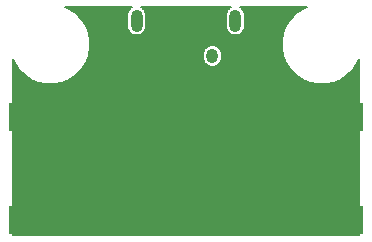
<source format=gbr>
G04 #@! TF.GenerationSoftware,KiCad,Pcbnew,5.0.1-33cea8e~68~ubuntu16.04.1*
G04 #@! TF.CreationDate,2018-11-05T16:05:36+00:00*
G04 #@! TF.ProjectId,lna,6C6E612E6B696361645F706362000000,rev?*
G04 #@! TF.SameCoordinates,Original*
G04 #@! TF.FileFunction,Copper,L2,Bot,Signal*
G04 #@! TF.FilePolarity,Positive*
%FSLAX46Y46*%
G04 Gerber Fmt 4.6, Leading zero omitted, Abs format (unit mm)*
G04 Created by KiCad (PCBNEW 5.0.1-33cea8e~68~ubuntu16.04.1) date Mon 05 Nov 2018 04:05:36 PM GMT*
%MOMM*%
%LPD*%
G01*
G04 APERTURE LIST*
G04 #@! TA.AperFunction,ComponentPad*
%ADD10O,1.000000X1.250000*%
G04 #@! TD*
G04 #@! TA.AperFunction,ComponentPad*
%ADD11O,1.000000X1.900000*%
G04 #@! TD*
G04 #@! TA.AperFunction,SMDPad,CuDef*
%ADD12R,5.000000X2.400000*%
G04 #@! TD*
G04 #@! TA.AperFunction,ViaPad*
%ADD13C,0.800000*%
G04 #@! TD*
G04 #@! TA.AperFunction,Conductor*
%ADD14C,0.200000*%
G04 #@! TD*
G04 APERTURE END LIST*
D10*
G04 #@! TO.P,J1,S*
G04 #@! TO.N,GND*
X62775000Y-64500000D03*
G04 #@! TO.P,J1,*
G04 #@! TO.N,*
X67225000Y-64500000D03*
D11*
X60825000Y-61500000D03*
X69175000Y-61500000D03*
G04 #@! TD*
D12*
G04 #@! TO.P,P1,2*
G04 #@! TO.N,GND*
X52500000Y-69625000D03*
X52500000Y-78375000D03*
G04 #@! TD*
G04 #@! TO.P,P2,2*
G04 #@! TO.N,GND*
X77500000Y-69625000D03*
X77500000Y-78375000D03*
G04 #@! TD*
D13*
G04 #@! TO.N,GND*
X60000000Y-74000000D03*
X56400000Y-75600000D03*
X58500000Y-75500000D03*
X58500000Y-72500000D03*
X59400000Y-76400000D03*
X60600000Y-76400000D03*
X61500000Y-75500000D03*
X62600000Y-75600000D03*
X63900000Y-75600000D03*
X65100000Y-75600000D03*
X66400000Y-75600000D03*
X68900000Y-76200000D03*
X70100000Y-76200000D03*
X71500000Y-75600000D03*
X72700000Y-75600000D03*
X74000000Y-75600000D03*
X67600000Y-75600000D03*
X56400000Y-71800000D03*
X61500000Y-72500000D03*
X65100000Y-72500000D03*
X67600000Y-72500000D03*
X66400000Y-72500000D03*
X68900000Y-71800000D03*
X70100000Y-71800000D03*
X71500000Y-72400000D03*
X72700000Y-72400000D03*
X74000000Y-72400000D03*
X64700000Y-70000000D03*
X64700000Y-71400000D03*
X51200000Y-76300000D03*
X52700000Y-76300000D03*
X54300000Y-76300000D03*
X51100000Y-71800000D03*
X52700000Y-71800000D03*
X54400000Y-71800000D03*
X75600000Y-71800000D03*
X77300000Y-71800000D03*
X78900000Y-71800000D03*
X78900000Y-76200000D03*
X77300000Y-76200000D03*
X75600000Y-76200000D03*
X63700000Y-65800000D03*
X64700000Y-65800000D03*
X62500000Y-65800000D03*
X63100000Y-66700000D03*
X69500000Y-72900000D03*
X69500000Y-75100000D03*
G04 #@! TD*
D14*
G04 #@! TO.N,GND*
G36*
X60378395Y-60381607D02*
X60256579Y-60481578D01*
X60156608Y-60603394D01*
X60082322Y-60742372D01*
X60036577Y-60893173D01*
X60025000Y-61010707D01*
X60025000Y-61989292D01*
X60036576Y-62106826D01*
X60082321Y-62257627D01*
X60156607Y-62396605D01*
X60256578Y-62518422D01*
X60378394Y-62618393D01*
X60517372Y-62692679D01*
X60668173Y-62738424D01*
X60825000Y-62753870D01*
X60981826Y-62738424D01*
X61132627Y-62692679D01*
X61271605Y-62618393D01*
X61393422Y-62518422D01*
X61493393Y-62396606D01*
X61567679Y-62257628D01*
X61613424Y-62106827D01*
X61625000Y-61989293D01*
X61625000Y-61010707D01*
X61613424Y-60893173D01*
X61567679Y-60742372D01*
X61493393Y-60603394D01*
X61393422Y-60481578D01*
X61271606Y-60381607D01*
X61212474Y-60350000D01*
X68787527Y-60350000D01*
X68728395Y-60381607D01*
X68606579Y-60481578D01*
X68506608Y-60603394D01*
X68432322Y-60742372D01*
X68386577Y-60893173D01*
X68375000Y-61010707D01*
X68375000Y-61989292D01*
X68386576Y-62106826D01*
X68432321Y-62257627D01*
X68506607Y-62396605D01*
X68606578Y-62518422D01*
X68728394Y-62618393D01*
X68867372Y-62692679D01*
X69018173Y-62738424D01*
X69175000Y-62753870D01*
X69331826Y-62738424D01*
X69482627Y-62692679D01*
X69621605Y-62618393D01*
X69743422Y-62518422D01*
X69843393Y-62396606D01*
X69917679Y-62257628D01*
X69963424Y-62106827D01*
X69975000Y-61989293D01*
X69975000Y-61010707D01*
X69963424Y-60893173D01*
X69917679Y-60742372D01*
X69843393Y-60603394D01*
X69743422Y-60481578D01*
X69621606Y-60381607D01*
X69562474Y-60350000D01*
X75220145Y-60350000D01*
X74889496Y-60486959D01*
X74332626Y-60859048D01*
X73859048Y-61332626D01*
X73486959Y-61889496D01*
X73230660Y-62508257D01*
X73100000Y-63165129D01*
X73100000Y-63834871D01*
X73230660Y-64491743D01*
X73486959Y-65110504D01*
X73859048Y-65667374D01*
X74332626Y-66140952D01*
X74889496Y-66513041D01*
X75508257Y-66769340D01*
X76165129Y-66900000D01*
X76834871Y-66900000D01*
X77491743Y-66769340D01*
X78110504Y-66513041D01*
X78667374Y-66140952D01*
X79140952Y-65667374D01*
X79513041Y-65110504D01*
X79650000Y-64779855D01*
X79650001Y-79650000D01*
X50350000Y-79650000D01*
X50350000Y-64779855D01*
X50486959Y-65110504D01*
X50859048Y-65667374D01*
X51332626Y-66140952D01*
X51889496Y-66513041D01*
X52508257Y-66769340D01*
X53165129Y-66900000D01*
X53834871Y-66900000D01*
X54491743Y-66769340D01*
X55110504Y-66513041D01*
X55667374Y-66140952D01*
X56140952Y-65667374D01*
X56513041Y-65110504D01*
X56769340Y-64491743D01*
X56800377Y-64335707D01*
X66425000Y-64335707D01*
X66425000Y-64664292D01*
X66436576Y-64781826D01*
X66482321Y-64932627D01*
X66556607Y-65071605D01*
X66656578Y-65193422D01*
X66778394Y-65293393D01*
X66917372Y-65367679D01*
X67068173Y-65413424D01*
X67225000Y-65428870D01*
X67381826Y-65413424D01*
X67532627Y-65367679D01*
X67671605Y-65293393D01*
X67793422Y-65193422D01*
X67893393Y-65071606D01*
X67967679Y-64932628D01*
X68013424Y-64781827D01*
X68025000Y-64664293D01*
X68025000Y-64335708D01*
X68013424Y-64218174D01*
X67967679Y-64067372D01*
X67893393Y-63928394D01*
X67793422Y-63806578D01*
X67671606Y-63706607D01*
X67532628Y-63632321D01*
X67381827Y-63586576D01*
X67225000Y-63571130D01*
X67068174Y-63586576D01*
X66917373Y-63632321D01*
X66778395Y-63706607D01*
X66656578Y-63806578D01*
X66556607Y-63928394D01*
X66482321Y-64067372D01*
X66436576Y-64218173D01*
X66425000Y-64335707D01*
X56800377Y-64335707D01*
X56900000Y-63834871D01*
X56900000Y-63165129D01*
X56769340Y-62508257D01*
X56513041Y-61889496D01*
X56140952Y-61332626D01*
X55667374Y-60859048D01*
X55110504Y-60486959D01*
X54779855Y-60350000D01*
X60437527Y-60350000D01*
X60378395Y-60381607D01*
X60378395Y-60381607D01*
G37*
X60378395Y-60381607D02*
X60256579Y-60481578D01*
X60156608Y-60603394D01*
X60082322Y-60742372D01*
X60036577Y-60893173D01*
X60025000Y-61010707D01*
X60025000Y-61989292D01*
X60036576Y-62106826D01*
X60082321Y-62257627D01*
X60156607Y-62396605D01*
X60256578Y-62518422D01*
X60378394Y-62618393D01*
X60517372Y-62692679D01*
X60668173Y-62738424D01*
X60825000Y-62753870D01*
X60981826Y-62738424D01*
X61132627Y-62692679D01*
X61271605Y-62618393D01*
X61393422Y-62518422D01*
X61493393Y-62396606D01*
X61567679Y-62257628D01*
X61613424Y-62106827D01*
X61625000Y-61989293D01*
X61625000Y-61010707D01*
X61613424Y-60893173D01*
X61567679Y-60742372D01*
X61493393Y-60603394D01*
X61393422Y-60481578D01*
X61271606Y-60381607D01*
X61212474Y-60350000D01*
X68787527Y-60350000D01*
X68728395Y-60381607D01*
X68606579Y-60481578D01*
X68506608Y-60603394D01*
X68432322Y-60742372D01*
X68386577Y-60893173D01*
X68375000Y-61010707D01*
X68375000Y-61989292D01*
X68386576Y-62106826D01*
X68432321Y-62257627D01*
X68506607Y-62396605D01*
X68606578Y-62518422D01*
X68728394Y-62618393D01*
X68867372Y-62692679D01*
X69018173Y-62738424D01*
X69175000Y-62753870D01*
X69331826Y-62738424D01*
X69482627Y-62692679D01*
X69621605Y-62618393D01*
X69743422Y-62518422D01*
X69843393Y-62396606D01*
X69917679Y-62257628D01*
X69963424Y-62106827D01*
X69975000Y-61989293D01*
X69975000Y-61010707D01*
X69963424Y-60893173D01*
X69917679Y-60742372D01*
X69843393Y-60603394D01*
X69743422Y-60481578D01*
X69621606Y-60381607D01*
X69562474Y-60350000D01*
X75220145Y-60350000D01*
X74889496Y-60486959D01*
X74332626Y-60859048D01*
X73859048Y-61332626D01*
X73486959Y-61889496D01*
X73230660Y-62508257D01*
X73100000Y-63165129D01*
X73100000Y-63834871D01*
X73230660Y-64491743D01*
X73486959Y-65110504D01*
X73859048Y-65667374D01*
X74332626Y-66140952D01*
X74889496Y-66513041D01*
X75508257Y-66769340D01*
X76165129Y-66900000D01*
X76834871Y-66900000D01*
X77491743Y-66769340D01*
X78110504Y-66513041D01*
X78667374Y-66140952D01*
X79140952Y-65667374D01*
X79513041Y-65110504D01*
X79650000Y-64779855D01*
X79650001Y-79650000D01*
X50350000Y-79650000D01*
X50350000Y-64779855D01*
X50486959Y-65110504D01*
X50859048Y-65667374D01*
X51332626Y-66140952D01*
X51889496Y-66513041D01*
X52508257Y-66769340D01*
X53165129Y-66900000D01*
X53834871Y-66900000D01*
X54491743Y-66769340D01*
X55110504Y-66513041D01*
X55667374Y-66140952D01*
X56140952Y-65667374D01*
X56513041Y-65110504D01*
X56769340Y-64491743D01*
X56800377Y-64335707D01*
X66425000Y-64335707D01*
X66425000Y-64664292D01*
X66436576Y-64781826D01*
X66482321Y-64932627D01*
X66556607Y-65071605D01*
X66656578Y-65193422D01*
X66778394Y-65293393D01*
X66917372Y-65367679D01*
X67068173Y-65413424D01*
X67225000Y-65428870D01*
X67381826Y-65413424D01*
X67532627Y-65367679D01*
X67671605Y-65293393D01*
X67793422Y-65193422D01*
X67893393Y-65071606D01*
X67967679Y-64932628D01*
X68013424Y-64781827D01*
X68025000Y-64664293D01*
X68025000Y-64335708D01*
X68013424Y-64218174D01*
X67967679Y-64067372D01*
X67893393Y-63928394D01*
X67793422Y-63806578D01*
X67671606Y-63706607D01*
X67532628Y-63632321D01*
X67381827Y-63586576D01*
X67225000Y-63571130D01*
X67068174Y-63586576D01*
X66917373Y-63632321D01*
X66778395Y-63706607D01*
X66656578Y-63806578D01*
X66556607Y-63928394D01*
X66482321Y-64067372D01*
X66436576Y-64218173D01*
X66425000Y-64335707D01*
X56800377Y-64335707D01*
X56900000Y-63834871D01*
X56900000Y-63165129D01*
X56769340Y-62508257D01*
X56513041Y-61889496D01*
X56140952Y-61332626D01*
X55667374Y-60859048D01*
X55110504Y-60486959D01*
X54779855Y-60350000D01*
X60437527Y-60350000D01*
X60378395Y-60381607D01*
G04 #@! TD*
M02*

</source>
